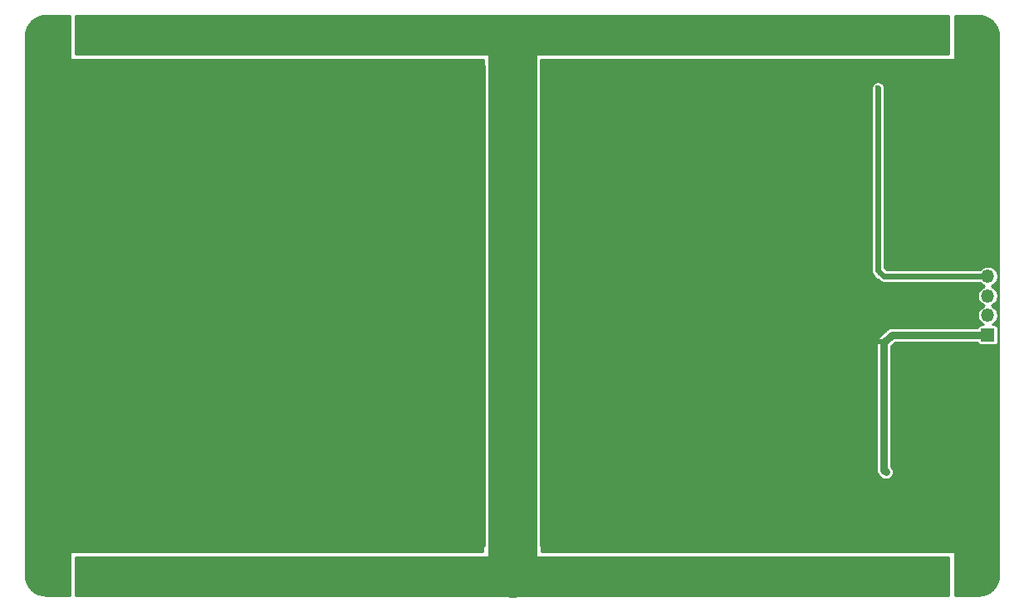
<source format=gbr>
G04 #@! TF.GenerationSoftware,KiCad,Pcbnew,5.1.5*
G04 #@! TF.CreationDate,2020-01-04T17:24:04+01:00*
G04 #@! TF.ProjectId,ledside_rev18A,6c656473-6964-4655-9f72-65763138412e,rev?*
G04 #@! TF.SameCoordinates,Original*
G04 #@! TF.FileFunction,Copper,L2,Bot*
G04 #@! TF.FilePolarity,Positive*
%FSLAX46Y46*%
G04 Gerber Fmt 4.6, Leading zero omitted, Abs format (unit mm)*
G04 Created by KiCad (PCBNEW 5.1.5) date 2020-01-04 17:24:04*
%MOMM*%
%LPD*%
G04 APERTURE LIST*
%ADD10O,1.350000X1.350000*%
%ADD11R,1.350000X1.350000*%
%ADD12C,4.400000*%
%ADD13C,0.700000*%
%ADD14C,0.600000*%
%ADD15C,5.000000*%
%ADD16C,0.600000*%
%ADD17C,0.800000*%
%ADD18C,0.254000*%
G04 APERTURE END LIST*
D10*
X118500000Y-47000000D03*
X118500000Y-49000000D03*
X118500000Y-51000000D03*
D11*
X118500000Y-53000000D03*
D12*
X117500000Y-77500000D03*
D13*
X119150000Y-77500000D03*
X118666726Y-76333274D03*
X117500000Y-75850000D03*
X116333274Y-76333274D03*
X115850000Y-77500000D03*
X116333274Y-78666726D03*
X117500000Y-79150000D03*
X118666726Y-78666726D03*
X118666726Y-23666726D03*
X117500000Y-24150000D03*
X116333274Y-23666726D03*
X115850000Y-22500000D03*
X116333274Y-21333274D03*
X117500000Y-20850000D03*
X118666726Y-21333274D03*
X119150000Y-22500000D03*
D12*
X117500000Y-22500000D03*
X70000000Y-77500000D03*
D13*
X71650000Y-77500000D03*
X71166726Y-76333274D03*
X70000000Y-75850000D03*
X68833274Y-76333274D03*
X68350000Y-77500000D03*
X68833274Y-78666726D03*
X70000000Y-79150000D03*
X71166726Y-78666726D03*
X71166726Y-23666726D03*
X70000000Y-24150000D03*
X68833274Y-23666726D03*
X68350000Y-22500000D03*
X68833274Y-21333274D03*
X70000000Y-20850000D03*
X71166726Y-21333274D03*
X71650000Y-22500000D03*
D12*
X70000000Y-22500000D03*
X22500000Y-77500000D03*
D13*
X24150000Y-77500000D03*
X23666726Y-76333274D03*
X22500000Y-75850000D03*
X21333274Y-76333274D03*
X20850000Y-77500000D03*
X21333274Y-78666726D03*
X22500000Y-79150000D03*
X23666726Y-78666726D03*
X23666726Y-23666726D03*
X22500000Y-24150000D03*
X21333274Y-23666726D03*
X20850000Y-22500000D03*
X21333274Y-21333274D03*
X22500000Y-20850000D03*
X23666726Y-21333274D03*
X24150000Y-22500000D03*
D12*
X22500000Y-22500000D03*
D14*
X21500000Y-45000000D03*
X21500000Y-42500000D03*
X21500000Y-47500000D03*
X21500000Y-62500000D03*
X21500000Y-50000000D03*
X21500000Y-65000000D03*
X21500000Y-40000000D03*
X21500000Y-30000000D03*
X21500000Y-27500000D03*
X21500000Y-37500000D03*
X21500000Y-35000000D03*
X21500000Y-32500000D03*
X21500000Y-67500000D03*
X21500000Y-72500000D03*
X21500000Y-70000000D03*
X118500000Y-40000000D03*
X118500000Y-65000000D03*
X118500000Y-70000000D03*
X118500000Y-35000000D03*
X118500000Y-67500000D03*
X118500000Y-62500000D03*
X118500000Y-37500000D03*
X118500000Y-27500000D03*
X118500000Y-32500000D03*
X118500000Y-30000000D03*
X118500000Y-72500000D03*
X107500000Y-48450000D03*
X107500000Y-53650000D03*
X107500000Y-50150000D03*
X107500000Y-51900000D03*
X21500000Y-55000000D03*
X21500000Y-60000000D03*
X21500000Y-57500000D03*
X21500000Y-52500000D03*
X118500000Y-57500000D03*
X118500000Y-60000000D03*
X118500000Y-55000000D03*
X118500000Y-45000000D03*
X118500000Y-42500000D03*
X75000000Y-78500000D03*
X77500000Y-78500000D03*
X80000000Y-78500000D03*
X82500000Y-78500000D03*
X85000000Y-78500000D03*
X92500000Y-78500000D03*
X87500000Y-78500000D03*
X90000000Y-78500000D03*
X107500000Y-78500000D03*
X95000000Y-78500000D03*
X102500000Y-78500000D03*
X112500000Y-78500000D03*
X97500000Y-78500000D03*
X105000000Y-78500000D03*
X100000000Y-78500000D03*
X110000000Y-78500000D03*
X47500000Y-78500000D03*
X40000000Y-78500000D03*
X27500000Y-78500000D03*
X35000000Y-78500000D03*
X45000000Y-78500000D03*
X60000000Y-78500000D03*
X30000000Y-78500000D03*
X37500000Y-78500000D03*
X50000000Y-78500000D03*
X57500000Y-78500000D03*
X52500000Y-78500000D03*
X65000000Y-78500000D03*
X32500000Y-78500000D03*
X62500000Y-78500000D03*
X42500000Y-78500000D03*
X55000000Y-78500000D03*
X95000000Y-21500000D03*
X50000000Y-21500000D03*
X87500000Y-21500000D03*
X75000000Y-21500000D03*
X82500000Y-21500000D03*
X92500000Y-21500000D03*
X107500000Y-21500000D03*
X37500000Y-21500000D03*
X35000000Y-21500000D03*
X32500000Y-21500000D03*
X55000000Y-21500000D03*
X77500000Y-21500000D03*
X62500000Y-21500000D03*
X85000000Y-21500000D03*
X97500000Y-21500000D03*
X105000000Y-21500000D03*
X27500000Y-21500000D03*
X45000000Y-21500000D03*
X52500000Y-21500000D03*
X30000000Y-21500000D03*
X40000000Y-21500000D03*
X65000000Y-21500000D03*
X100000000Y-21500000D03*
X42500000Y-21500000D03*
X60000000Y-21500000D03*
X47500000Y-21500000D03*
X112500000Y-21500000D03*
X80000000Y-21500000D03*
X110000000Y-21500000D03*
X90000000Y-21500000D03*
X57500000Y-21500000D03*
X102500000Y-21500000D03*
X107500000Y-46700000D03*
X107300000Y-27799992D03*
X108100000Y-67000000D03*
D15*
X70000000Y-77300000D02*
X70000000Y-44800000D01*
X70000000Y-44900000D02*
X70000000Y-22800000D01*
D16*
X107300000Y-46400000D02*
X107300000Y-27799992D01*
X118500000Y-47000000D02*
X107900000Y-47000000D01*
X107900000Y-47000000D02*
X107300000Y-46400000D01*
D17*
X107900000Y-66800000D02*
X108100000Y-67000000D01*
X107900000Y-53800000D02*
X107900000Y-66800000D01*
X118500000Y-53000000D02*
X108700000Y-53000000D01*
X108700000Y-53000000D02*
X107900000Y-53800000D01*
D18*
G36*
X24873000Y-24800000D02*
G01*
X24875440Y-24824776D01*
X24882667Y-24848601D01*
X24894403Y-24870557D01*
X24910197Y-24889803D01*
X24929443Y-24905597D01*
X24951399Y-24917333D01*
X24975224Y-24924560D01*
X25000000Y-24927000D01*
X67073000Y-24927000D01*
X67073000Y-25400000D01*
X67075440Y-25424776D01*
X67082667Y-25448601D01*
X67094403Y-25470557D01*
X67110197Y-25489803D01*
X67119001Y-25497028D01*
X67119000Y-45041525D01*
X67119001Y-45041535D01*
X67119000Y-74477328D01*
X67101399Y-74482667D01*
X67079443Y-74494403D01*
X67060197Y-74510197D01*
X67044403Y-74529443D01*
X67032667Y-74551399D01*
X67025440Y-74575224D01*
X67023000Y-74600000D01*
X67023000Y-75073000D01*
X25000000Y-75073000D01*
X24975224Y-75075440D01*
X24951399Y-75082667D01*
X24929443Y-75094403D01*
X24910197Y-75110197D01*
X24894403Y-75129443D01*
X24882667Y-75151399D01*
X24875440Y-75175224D01*
X24873000Y-75200000D01*
X24873000Y-79594000D01*
X22519854Y-79594000D01*
X22093654Y-79552211D01*
X21702781Y-79434199D01*
X21342274Y-79242514D01*
X21025865Y-78984457D01*
X20765609Y-78669860D01*
X20571414Y-78310704D01*
X20450677Y-77920667D01*
X20406000Y-77495594D01*
X20406000Y-22519854D01*
X20447789Y-22093655D01*
X20565802Y-21702778D01*
X20757484Y-21342277D01*
X21015539Y-21025869D01*
X21330138Y-20765610D01*
X21689295Y-20571414D01*
X22079333Y-20450677D01*
X22504406Y-20406000D01*
X24873000Y-20406000D01*
X24873000Y-24800000D01*
G37*
X24873000Y-24800000D02*
X24875440Y-24824776D01*
X24882667Y-24848601D01*
X24894403Y-24870557D01*
X24910197Y-24889803D01*
X24929443Y-24905597D01*
X24951399Y-24917333D01*
X24975224Y-24924560D01*
X25000000Y-24927000D01*
X67073000Y-24927000D01*
X67073000Y-25400000D01*
X67075440Y-25424776D01*
X67082667Y-25448601D01*
X67094403Y-25470557D01*
X67110197Y-25489803D01*
X67119001Y-25497028D01*
X67119000Y-45041525D01*
X67119001Y-45041535D01*
X67119000Y-74477328D01*
X67101399Y-74482667D01*
X67079443Y-74494403D01*
X67060197Y-74510197D01*
X67044403Y-74529443D01*
X67032667Y-74551399D01*
X67025440Y-74575224D01*
X67023000Y-74600000D01*
X67023000Y-75073000D01*
X25000000Y-75073000D01*
X24975224Y-75075440D01*
X24951399Y-75082667D01*
X24929443Y-75094403D01*
X24910197Y-75110197D01*
X24894403Y-75129443D01*
X24882667Y-75151399D01*
X24875440Y-75175224D01*
X24873000Y-75200000D01*
X24873000Y-79594000D01*
X22519854Y-79594000D01*
X22093654Y-79552211D01*
X21702781Y-79434199D01*
X21342274Y-79242514D01*
X21025865Y-78984457D01*
X20765609Y-78669860D01*
X20571414Y-78310704D01*
X20450677Y-77920667D01*
X20406000Y-77495594D01*
X20406000Y-22519854D01*
X20447789Y-22093655D01*
X20565802Y-21702778D01*
X20757484Y-21342277D01*
X21015539Y-21025869D01*
X21330138Y-20765610D01*
X21689295Y-20571414D01*
X22079333Y-20450677D01*
X22504406Y-20406000D01*
X24873000Y-20406000D01*
X24873000Y-24800000D01*
G36*
X117906345Y-20447789D02*
G01*
X118297222Y-20565802D01*
X118657723Y-20757484D01*
X118974131Y-21015539D01*
X119234390Y-21330138D01*
X119428586Y-21689295D01*
X119549323Y-22079333D01*
X119594000Y-22504406D01*
X119594001Y-77480136D01*
X119552211Y-77906346D01*
X119434199Y-78297219D01*
X119242514Y-78657726D01*
X118984457Y-78974135D01*
X118669860Y-79234391D01*
X118310704Y-79428586D01*
X117920667Y-79549323D01*
X117495594Y-79594000D01*
X115127000Y-79594000D01*
X115127000Y-75200000D01*
X115124560Y-75175224D01*
X115117333Y-75151399D01*
X115105597Y-75129443D01*
X115089803Y-75110197D01*
X115070557Y-75094403D01*
X115048601Y-75082667D01*
X115024776Y-75075440D01*
X115000000Y-75073000D01*
X72977000Y-75073000D01*
X72977000Y-74600000D01*
X72974560Y-74575224D01*
X72967333Y-74551399D01*
X72955597Y-74529443D01*
X72939803Y-74510197D01*
X72920557Y-74494403D01*
X72898601Y-74482667D01*
X72881000Y-74477328D01*
X72881000Y-46400000D01*
X106615705Y-46400000D01*
X106625689Y-46501360D01*
X106628854Y-46533498D01*
X106667794Y-46661867D01*
X106731030Y-46780173D01*
X106816130Y-46883869D01*
X106842122Y-46905200D01*
X106851966Y-46915044D01*
X106896506Y-47022574D01*
X106971033Y-47134112D01*
X107065888Y-47228967D01*
X107177426Y-47303494D01*
X107284955Y-47348034D01*
X107394800Y-47457879D01*
X107416130Y-47483870D01*
X107519826Y-47568970D01*
X107638132Y-47632206D01*
X107727560Y-47659333D01*
X107766500Y-47671146D01*
X107899999Y-47684295D01*
X107933452Y-47681000D01*
X117687590Y-47681000D01*
X117826839Y-47820249D01*
X117999796Y-47935815D01*
X118154751Y-48000000D01*
X117999796Y-48064185D01*
X117826839Y-48179751D01*
X117679751Y-48326839D01*
X117564185Y-48499796D01*
X117484581Y-48691976D01*
X117444000Y-48895993D01*
X117444000Y-49104007D01*
X117484581Y-49308024D01*
X117564185Y-49500204D01*
X117679751Y-49673161D01*
X117826839Y-49820249D01*
X117999796Y-49935815D01*
X118154751Y-50000000D01*
X117999796Y-50064185D01*
X117826839Y-50179751D01*
X117679751Y-50326839D01*
X117564185Y-50499796D01*
X117484581Y-50691976D01*
X117444000Y-50895993D01*
X117444000Y-51104007D01*
X117484581Y-51308024D01*
X117564185Y-51500204D01*
X117679751Y-51673161D01*
X117826839Y-51820249D01*
X117999796Y-51935815D01*
X118015107Y-51942157D01*
X117825000Y-51942157D01*
X117750311Y-51949513D01*
X117678492Y-51971299D01*
X117612304Y-52006678D01*
X117554289Y-52054289D01*
X117506678Y-52112304D01*
X117471299Y-52178492D01*
X117459011Y-52219000D01*
X108738357Y-52219000D01*
X108700000Y-52215222D01*
X108661643Y-52219000D01*
X108661640Y-52219000D01*
X108546897Y-52230301D01*
X108399678Y-52274960D01*
X108331840Y-52311220D01*
X108264000Y-52347481D01*
X108174874Y-52420625D01*
X108145078Y-52445078D01*
X108120626Y-52474873D01*
X107374878Y-53220622D01*
X107345078Y-53245078D01*
X107320625Y-53274875D01*
X107247481Y-53364001D01*
X107211221Y-53431840D01*
X107174960Y-53499679D01*
X107130301Y-53646898D01*
X107122605Y-53725040D01*
X107115222Y-53800000D01*
X107119000Y-53838357D01*
X107119001Y-66761633D01*
X107115222Y-66800000D01*
X107130302Y-66953102D01*
X107174960Y-67100320D01*
X107247481Y-67235999D01*
X107320625Y-67325125D01*
X107345079Y-67354922D01*
X107374874Y-67379374D01*
X107574875Y-67579375D01*
X107664001Y-67652519D01*
X107799680Y-67725040D01*
X107946897Y-67769698D01*
X108100000Y-67784778D01*
X108253102Y-67769698D01*
X108400321Y-67725040D01*
X108535999Y-67652519D01*
X108654922Y-67554922D01*
X108752519Y-67435999D01*
X108825040Y-67300321D01*
X108869698Y-67153102D01*
X108884778Y-67000000D01*
X108869698Y-66846897D01*
X108825040Y-66699680D01*
X108752519Y-66564001D01*
X108681000Y-66476855D01*
X108681000Y-54123500D01*
X109023501Y-53781000D01*
X117459011Y-53781000D01*
X117471299Y-53821508D01*
X117506678Y-53887696D01*
X117554289Y-53945711D01*
X117612304Y-53993322D01*
X117678492Y-54028701D01*
X117750311Y-54050487D01*
X117825000Y-54057843D01*
X119175000Y-54057843D01*
X119249689Y-54050487D01*
X119321508Y-54028701D01*
X119387696Y-53993322D01*
X119445711Y-53945711D01*
X119493322Y-53887696D01*
X119528701Y-53821508D01*
X119550487Y-53749689D01*
X119557843Y-53675000D01*
X119557843Y-52325000D01*
X119550487Y-52250311D01*
X119528701Y-52178492D01*
X119493322Y-52112304D01*
X119445711Y-52054289D01*
X119387696Y-52006678D01*
X119321508Y-51971299D01*
X119249689Y-51949513D01*
X119175000Y-51942157D01*
X118984893Y-51942157D01*
X119000204Y-51935815D01*
X119173161Y-51820249D01*
X119320249Y-51673161D01*
X119435815Y-51500204D01*
X119515419Y-51308024D01*
X119556000Y-51104007D01*
X119556000Y-50895993D01*
X119515419Y-50691976D01*
X119435815Y-50499796D01*
X119320249Y-50326839D01*
X119173161Y-50179751D01*
X119000204Y-50064185D01*
X118845249Y-50000000D01*
X119000204Y-49935815D01*
X119173161Y-49820249D01*
X119320249Y-49673161D01*
X119435815Y-49500204D01*
X119515419Y-49308024D01*
X119556000Y-49104007D01*
X119556000Y-48895993D01*
X119515419Y-48691976D01*
X119435815Y-48499796D01*
X119320249Y-48326839D01*
X119173161Y-48179751D01*
X119000204Y-48064185D01*
X118845249Y-48000000D01*
X119000204Y-47935815D01*
X119173161Y-47820249D01*
X119320249Y-47673161D01*
X119435815Y-47500204D01*
X119515419Y-47308024D01*
X119556000Y-47104007D01*
X119556000Y-46895993D01*
X119515419Y-46691976D01*
X119435815Y-46499796D01*
X119320249Y-46326839D01*
X119173161Y-46179751D01*
X119000204Y-46064185D01*
X118808024Y-45984581D01*
X118604007Y-45944000D01*
X118395993Y-45944000D01*
X118191976Y-45984581D01*
X117999796Y-46064185D01*
X117826839Y-46179751D01*
X117687590Y-46319000D01*
X108182079Y-46319000D01*
X107981000Y-46117922D01*
X107981000Y-27732919D01*
X107974441Y-27699945D01*
X107971146Y-27666493D01*
X107961388Y-27634324D01*
X107954829Y-27601352D01*
X107941965Y-27570296D01*
X107932206Y-27538124D01*
X107916358Y-27508475D01*
X107903494Y-27477418D01*
X107884817Y-27449467D01*
X107868970Y-27419818D01*
X107847643Y-27393830D01*
X107828967Y-27365880D01*
X107805200Y-27342113D01*
X107783870Y-27316122D01*
X107757879Y-27294792D01*
X107734112Y-27271025D01*
X107706162Y-27252349D01*
X107680174Y-27231022D01*
X107650525Y-27215175D01*
X107622574Y-27196498D01*
X107591517Y-27183634D01*
X107561868Y-27167786D01*
X107529696Y-27158027D01*
X107498640Y-27145163D01*
X107465668Y-27138604D01*
X107433499Y-27128846D01*
X107400047Y-27125551D01*
X107367073Y-27118992D01*
X107333453Y-27118992D01*
X107300000Y-27115697D01*
X107266547Y-27118992D01*
X107232927Y-27118992D01*
X107199952Y-27125551D01*
X107166502Y-27128846D01*
X107134335Y-27138604D01*
X107101360Y-27145163D01*
X107070301Y-27158028D01*
X107038133Y-27167786D01*
X107008487Y-27183632D01*
X106977426Y-27196498D01*
X106949471Y-27215177D01*
X106919827Y-27231022D01*
X106893844Y-27252346D01*
X106865888Y-27271025D01*
X106842116Y-27294797D01*
X106816131Y-27316122D01*
X106794806Y-27342107D01*
X106771033Y-27365880D01*
X106752353Y-27393837D01*
X106731031Y-27419818D01*
X106715188Y-27449459D01*
X106696506Y-27477418D01*
X106683639Y-27508483D01*
X106667795Y-27538124D01*
X106658039Y-27570287D01*
X106645171Y-27601352D01*
X106638610Y-27634334D01*
X106628855Y-27666493D01*
X106625561Y-27699935D01*
X106619000Y-27732919D01*
X106619000Y-27867065D01*
X106619001Y-27867070D01*
X106619000Y-46366547D01*
X106615705Y-46400000D01*
X72881000Y-46400000D01*
X72881000Y-25497027D01*
X72889803Y-25489803D01*
X72905597Y-25470557D01*
X72917333Y-25448601D01*
X72924560Y-25424776D01*
X72927000Y-25400000D01*
X72927000Y-24927000D01*
X115000000Y-24927000D01*
X115024776Y-24924560D01*
X115048601Y-24917333D01*
X115070557Y-24905597D01*
X115089803Y-24889803D01*
X115105597Y-24870557D01*
X115117333Y-24848601D01*
X115124560Y-24824776D01*
X115127000Y-24800000D01*
X115127000Y-20406000D01*
X117480146Y-20406000D01*
X117906345Y-20447789D01*
G37*
X117906345Y-20447789D02*
X118297222Y-20565802D01*
X118657723Y-20757484D01*
X118974131Y-21015539D01*
X119234390Y-21330138D01*
X119428586Y-21689295D01*
X119549323Y-22079333D01*
X119594000Y-22504406D01*
X119594001Y-77480136D01*
X119552211Y-77906346D01*
X119434199Y-78297219D01*
X119242514Y-78657726D01*
X118984457Y-78974135D01*
X118669860Y-79234391D01*
X118310704Y-79428586D01*
X117920667Y-79549323D01*
X117495594Y-79594000D01*
X115127000Y-79594000D01*
X115127000Y-75200000D01*
X115124560Y-75175224D01*
X115117333Y-75151399D01*
X115105597Y-75129443D01*
X115089803Y-75110197D01*
X115070557Y-75094403D01*
X115048601Y-75082667D01*
X115024776Y-75075440D01*
X115000000Y-75073000D01*
X72977000Y-75073000D01*
X72977000Y-74600000D01*
X72974560Y-74575224D01*
X72967333Y-74551399D01*
X72955597Y-74529443D01*
X72939803Y-74510197D01*
X72920557Y-74494403D01*
X72898601Y-74482667D01*
X72881000Y-74477328D01*
X72881000Y-46400000D01*
X106615705Y-46400000D01*
X106625689Y-46501360D01*
X106628854Y-46533498D01*
X106667794Y-46661867D01*
X106731030Y-46780173D01*
X106816130Y-46883869D01*
X106842122Y-46905200D01*
X106851966Y-46915044D01*
X106896506Y-47022574D01*
X106971033Y-47134112D01*
X107065888Y-47228967D01*
X107177426Y-47303494D01*
X107284955Y-47348034D01*
X107394800Y-47457879D01*
X107416130Y-47483870D01*
X107519826Y-47568970D01*
X107638132Y-47632206D01*
X107727560Y-47659333D01*
X107766500Y-47671146D01*
X107899999Y-47684295D01*
X107933452Y-47681000D01*
X117687590Y-47681000D01*
X117826839Y-47820249D01*
X117999796Y-47935815D01*
X118154751Y-48000000D01*
X117999796Y-48064185D01*
X117826839Y-48179751D01*
X117679751Y-48326839D01*
X117564185Y-48499796D01*
X117484581Y-48691976D01*
X117444000Y-48895993D01*
X117444000Y-49104007D01*
X117484581Y-49308024D01*
X117564185Y-49500204D01*
X117679751Y-49673161D01*
X117826839Y-49820249D01*
X117999796Y-49935815D01*
X118154751Y-50000000D01*
X117999796Y-50064185D01*
X117826839Y-50179751D01*
X117679751Y-50326839D01*
X117564185Y-50499796D01*
X117484581Y-50691976D01*
X117444000Y-50895993D01*
X117444000Y-51104007D01*
X117484581Y-51308024D01*
X117564185Y-51500204D01*
X117679751Y-51673161D01*
X117826839Y-51820249D01*
X117999796Y-51935815D01*
X118015107Y-51942157D01*
X117825000Y-51942157D01*
X117750311Y-51949513D01*
X117678492Y-51971299D01*
X117612304Y-52006678D01*
X117554289Y-52054289D01*
X117506678Y-52112304D01*
X117471299Y-52178492D01*
X117459011Y-52219000D01*
X108738357Y-52219000D01*
X108700000Y-52215222D01*
X108661643Y-52219000D01*
X108661640Y-52219000D01*
X108546897Y-52230301D01*
X108399678Y-52274960D01*
X108331840Y-52311220D01*
X108264000Y-52347481D01*
X108174874Y-52420625D01*
X108145078Y-52445078D01*
X108120626Y-52474873D01*
X107374878Y-53220622D01*
X107345078Y-53245078D01*
X107320625Y-53274875D01*
X107247481Y-53364001D01*
X107211221Y-53431840D01*
X107174960Y-53499679D01*
X107130301Y-53646898D01*
X107122605Y-53725040D01*
X107115222Y-53800000D01*
X107119000Y-53838357D01*
X107119001Y-66761633D01*
X107115222Y-66800000D01*
X107130302Y-66953102D01*
X107174960Y-67100320D01*
X107247481Y-67235999D01*
X107320625Y-67325125D01*
X107345079Y-67354922D01*
X107374874Y-67379374D01*
X107574875Y-67579375D01*
X107664001Y-67652519D01*
X107799680Y-67725040D01*
X107946897Y-67769698D01*
X108100000Y-67784778D01*
X108253102Y-67769698D01*
X108400321Y-67725040D01*
X108535999Y-67652519D01*
X108654922Y-67554922D01*
X108752519Y-67435999D01*
X108825040Y-67300321D01*
X108869698Y-67153102D01*
X108884778Y-67000000D01*
X108869698Y-66846897D01*
X108825040Y-66699680D01*
X108752519Y-66564001D01*
X108681000Y-66476855D01*
X108681000Y-54123500D01*
X109023501Y-53781000D01*
X117459011Y-53781000D01*
X117471299Y-53821508D01*
X117506678Y-53887696D01*
X117554289Y-53945711D01*
X117612304Y-53993322D01*
X117678492Y-54028701D01*
X117750311Y-54050487D01*
X117825000Y-54057843D01*
X119175000Y-54057843D01*
X119249689Y-54050487D01*
X119321508Y-54028701D01*
X119387696Y-53993322D01*
X119445711Y-53945711D01*
X119493322Y-53887696D01*
X119528701Y-53821508D01*
X119550487Y-53749689D01*
X119557843Y-53675000D01*
X119557843Y-52325000D01*
X119550487Y-52250311D01*
X119528701Y-52178492D01*
X119493322Y-52112304D01*
X119445711Y-52054289D01*
X119387696Y-52006678D01*
X119321508Y-51971299D01*
X119249689Y-51949513D01*
X119175000Y-51942157D01*
X118984893Y-51942157D01*
X119000204Y-51935815D01*
X119173161Y-51820249D01*
X119320249Y-51673161D01*
X119435815Y-51500204D01*
X119515419Y-51308024D01*
X119556000Y-51104007D01*
X119556000Y-50895993D01*
X119515419Y-50691976D01*
X119435815Y-50499796D01*
X119320249Y-50326839D01*
X119173161Y-50179751D01*
X119000204Y-50064185D01*
X118845249Y-50000000D01*
X119000204Y-49935815D01*
X119173161Y-49820249D01*
X119320249Y-49673161D01*
X119435815Y-49500204D01*
X119515419Y-49308024D01*
X119556000Y-49104007D01*
X119556000Y-48895993D01*
X119515419Y-48691976D01*
X119435815Y-48499796D01*
X119320249Y-48326839D01*
X119173161Y-48179751D01*
X119000204Y-48064185D01*
X118845249Y-48000000D01*
X119000204Y-47935815D01*
X119173161Y-47820249D01*
X119320249Y-47673161D01*
X119435815Y-47500204D01*
X119515419Y-47308024D01*
X119556000Y-47104007D01*
X119556000Y-46895993D01*
X119515419Y-46691976D01*
X119435815Y-46499796D01*
X119320249Y-46326839D01*
X119173161Y-46179751D01*
X119000204Y-46064185D01*
X118808024Y-45984581D01*
X118604007Y-45944000D01*
X118395993Y-45944000D01*
X118191976Y-45984581D01*
X117999796Y-46064185D01*
X117826839Y-46179751D01*
X117687590Y-46319000D01*
X108182079Y-46319000D01*
X107981000Y-46117922D01*
X107981000Y-27732919D01*
X107974441Y-27699945D01*
X107971146Y-27666493D01*
X107961388Y-27634324D01*
X107954829Y-27601352D01*
X107941965Y-27570296D01*
X107932206Y-27538124D01*
X107916358Y-27508475D01*
X107903494Y-27477418D01*
X107884817Y-27449467D01*
X107868970Y-27419818D01*
X107847643Y-27393830D01*
X107828967Y-27365880D01*
X107805200Y-27342113D01*
X107783870Y-27316122D01*
X107757879Y-27294792D01*
X107734112Y-27271025D01*
X107706162Y-27252349D01*
X107680174Y-27231022D01*
X107650525Y-27215175D01*
X107622574Y-27196498D01*
X107591517Y-27183634D01*
X107561868Y-27167786D01*
X107529696Y-27158027D01*
X107498640Y-27145163D01*
X107465668Y-27138604D01*
X107433499Y-27128846D01*
X107400047Y-27125551D01*
X107367073Y-27118992D01*
X107333453Y-27118992D01*
X107300000Y-27115697D01*
X107266547Y-27118992D01*
X107232927Y-27118992D01*
X107199952Y-27125551D01*
X107166502Y-27128846D01*
X107134335Y-27138604D01*
X107101360Y-27145163D01*
X107070301Y-27158028D01*
X107038133Y-27167786D01*
X107008487Y-27183632D01*
X106977426Y-27196498D01*
X106949471Y-27215177D01*
X106919827Y-27231022D01*
X106893844Y-27252346D01*
X106865888Y-27271025D01*
X106842116Y-27294797D01*
X106816131Y-27316122D01*
X106794806Y-27342107D01*
X106771033Y-27365880D01*
X106752353Y-27393837D01*
X106731031Y-27419818D01*
X106715188Y-27449459D01*
X106696506Y-27477418D01*
X106683639Y-27508483D01*
X106667795Y-27538124D01*
X106658039Y-27570287D01*
X106645171Y-27601352D01*
X106638610Y-27634334D01*
X106628855Y-27666493D01*
X106625561Y-27699935D01*
X106619000Y-27732919D01*
X106619000Y-27867065D01*
X106619001Y-27867070D01*
X106619000Y-46366547D01*
X106615705Y-46400000D01*
X72881000Y-46400000D01*
X72881000Y-25497027D01*
X72889803Y-25489803D01*
X72905597Y-25470557D01*
X72917333Y-25448601D01*
X72924560Y-25424776D01*
X72927000Y-25400000D01*
X72927000Y-24927000D01*
X115000000Y-24927000D01*
X115024776Y-24924560D01*
X115048601Y-24917333D01*
X115070557Y-24905597D01*
X115089803Y-24889803D01*
X115105597Y-24870557D01*
X115117333Y-24848601D01*
X115124560Y-24824776D01*
X115127000Y-24800000D01*
X115127000Y-20406000D01*
X117480146Y-20406000D01*
X117906345Y-20447789D01*
G36*
X114473000Y-79594000D02*
G01*
X25527000Y-79594000D01*
X25527000Y-75727000D01*
X114473000Y-75727000D01*
X114473000Y-79594000D01*
G37*
X114473000Y-79594000D02*
X25527000Y-79594000D01*
X25527000Y-75727000D01*
X114473000Y-75727000D01*
X114473000Y-79594000D01*
G36*
X114473000Y-24273000D02*
G01*
X25527000Y-24273000D01*
X25527000Y-20406000D01*
X114473000Y-20406000D01*
X114473000Y-24273000D01*
G37*
X114473000Y-24273000D02*
X25527000Y-24273000D01*
X25527000Y-20406000D01*
X114473000Y-20406000D01*
X114473000Y-24273000D01*
M02*

</source>
